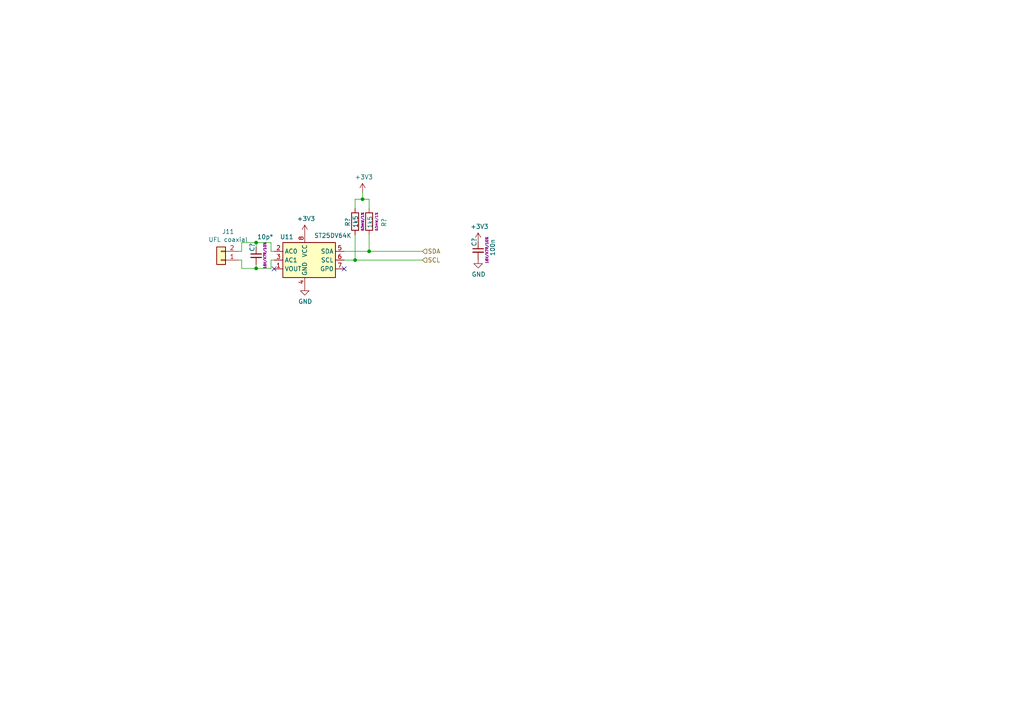
<source format=kicad_sch>
(kicad_sch (version 20231120) (generator "eeschema") (generator_version "8.0")
  (paper "A4")
  (title_block (title "Buddy") (date "2019-10-24") (rev "v1.0.0") (company "PRUSA Research s.r.o.") (comment 1 "http://creativecommons.org/licenses/by-sa/4.0/") (comment 2 "Licensed under the Attribution-ShareAlike 4.0 International (CC BY-SA 4.0)"))
  (lib_symbols
    (symbol "BUDDY_v1.0.0-rescue:+3.3V-power" (power) (pin_names (offset 0))
      (property "Value" "power:+3.3V" (at 0 3.556 0))
      (symbol "+3.3V-power_0_1"
        (polyline (pts (xy -0.762 1.27) (xy 0 2.54)))
        (polyline (pts (xy 0 0) (xy 0 2.54)))
        (polyline (pts (xy 0 2.54) (xy 0.762 1.27)))
      )
      (symbol "+3.3V-power_1_1"
        (pin power_in line (at 0 0 90) (length 0) hide (name "+3V3") (number "1"))
      )
    )
    (symbol "BUDDY_v1.0.0-rescue:24LC00-Memory_EEPROM"
      (property "Reference" "U" (at -7.62 6.35 0))
      (property "Value" "Memory_EEPROM:24LC00" (at 2.54 -6.35 0))
      (symbol "24LC00-Memory_EEPROM_1_1"
        (rectangle (start -7.62 5.08) (end 7.62 -5.08) (stroke (width 0.254)) (fill (type background)))
        (pin input line (at -10.16 -2.54 0) (length 2.54) (name "VOUT") (number "1"))
        (pin input line (at -10.16 2.54 0) (length 2.54) (name "AC0") (number "2"))
        (pin input line (at -10.16 0 0) (length 2.54) (name "AC1") (number "3"))
        (pin power_in line (at -1.27 -7.62 90) (length 2.54) (name "GND") (number "4"))
        (pin bidirectional line (at 10.16 2.54 180) (length 2.54) (name "SDA") (number "5"))
        (pin input line (at 10.16 0 180) (length 2.54) (name "SCL") (number "6"))
        (pin input line (at 10.16 -2.54 180) (length 2.54) (name "GP0") (number "7"))
        (pin power_in line (at -1.27 7.62 270) (length 2.54) (name "VCC") (number "8"))
      )
    )
    (symbol "BUDDY_v1.0.0-rescue:GND-power" (power) (pin_names (offset 0))
      (property "Value" "power:GND" (at 0 -3.81 0))
      (symbol "GND-power_0_1"
        (polyline (pts (xy 0 0) (xy 0 -1.27) (xy 1.27 -1.27) (xy 0 -2.54) (xy -1.27 -1.27) (xy 0 -1.27)))
      )
      (symbol "GND-power_1_1"
        (pin power_in line (at 0 0 270) (length 0) hide (name "GND") (number "1"))
      )
    )
    (symbol "Connector_Generic:Conn_01x02" (pin_names (offset 1.016) hide)
      (property "Reference" "J" (at 0 2.54 0))
      (property "Value" "Conn_01x02" (at 0 -5.08 0))
      (symbol "Conn_01x02_1_1"
        (rectangle (start -1.27 -2.413) (end 0 -2.667) (stroke (width 0.1524)))
        (rectangle (start -1.27 0.127) (end 0 -0.127) (stroke (width 0.1524)))
        (rectangle (start -1.27 1.27) (end 1.27 -3.81) (stroke (width 0.254)) (fill (type background)))
        (pin passive line (at -5.08 0 0) (length 3.81) (name "Pin_1") (number "1"))
        (pin passive line (at -5.08 -2.54 0) (length 3.81) (name "Pin_2") (number "2"))
      )
    )
    (symbol "Device:C_Small" (pin_numbers hide) (pin_names (offset 0.254) hide)
      (property "Reference" "C" (at 0.254 1.778 0))
      (property "Value" "C_Small" (at 0.254 -2.032 0))
      (symbol "C_Small_0_1"
        (polyline (pts (xy -1.524 -0.508) (xy 1.524 -0.508)) (stroke (width 0.3302)))
        (polyline (pts (xy -1.524 0.508) (xy 1.524 0.508)) (stroke (width 0.3048)))
      )
      (symbol "C_Small_1_1"
        (pin passive line (at 0 2.54 270) (length 2.032) (name "~") (number "1"))
        (pin passive line (at 0 -2.54 90) (length 2.032) (name "~") (number "2"))
      )
    )
    (symbol "Device:R" (pin_numbers hide) (pin_names (offset 0))
      (property "Reference" "R" (at 2.032 0 90))
      (property "Value" "R" (at 0 0 90))
      (symbol "R_0_1"
        (rectangle (start -1.016 -2.54) (end 1.016 2.54) (stroke (width 0.254)))
      )
      (symbol "R_1_1"
        (pin passive line (at 0 3.81 270) (length 1.27) (name "~") (number "1"))
        (pin passive line (at 0 -3.81 90) (length 1.27) (name "~") (number "2"))
      )
    )
  )
  (junction (at 74.295 77.851))
  (junction (at 107.061 72.898))
  (junction (at 105.156 57.785))
  (junction (at 102.997 75.438))
  (junction (at 74.295 70.358))
  (no_connect (at 79.502 77.978))
  (no_connect (at 99.822 77.978))
  (wire (pts (xy 74.295 71.628) (xy 74.295 70.358)))
  (wire (pts (xy 74.295 76.708) (xy 74.295 77.851)))
  (wire (pts (xy 105.156 57.785) (xy 107.061 57.785)))
  (wire (pts (xy 78.613 77.851) (xy 74.295 77.851)))
  (wire (pts (xy 69.215 72.898) (xy 70.104 72.898)))
  (wire (pts (xy 99.822 72.898) (xy 107.061 72.898)))
  (wire (pts (xy 107.061 68.072) (xy 107.061 72.898)))
  (wire (pts (xy 79.502 72.898) (xy 78.613 72.898)))
  (wire (pts (xy 99.822 75.438) (xy 102.997 75.438)))
  (wire (pts (xy 107.061 57.785) (xy 107.061 60.452)))
  (wire (pts (xy 69.215 75.438) (xy 70.104 75.438)))
  (wire (pts (xy 70.104 77.851) (xy 74.295 77.851)))
  (wire (pts (xy 70.104 70.358) (xy 70.104 72.898)))
  (wire (pts (xy 78.613 75.438) (xy 78.613 77.851)))
  (wire (pts (xy 102.997 75.438) (xy 122.555 75.438)))
  (wire (pts (xy 78.613 70.358) (xy 74.295 70.358)))
  (wire (pts (xy 105.156 57.785) (xy 105.156 55.753)))
  (wire (pts (xy 102.997 68.072) (xy 102.997 75.438)))
  (wire (pts (xy 79.502 75.438) (xy 78.613 75.438)))
  (wire (pts (xy 102.997 60.452) (xy 102.997 57.785)))
  (wire (pts (xy 70.104 70.358) (xy 74.295 70.358)))
  (wire (pts (xy 70.104 77.851) (xy 70.104 75.438)))
  (wire (pts (xy 102.997 57.785) (xy 105.156 57.785)))
  (wire (pts (xy 78.613 72.898) (xy 78.613 70.358)))
  (wire (pts (xy 107.061 72.898) (xy 122.555 72.898)))
  (hierarchical_label "SCL" (shape input) (at 122.555 75.438 0))
  (hierarchical_label "SDA" (shape input) (at 122.555 72.898 0))
  (symbol (lib_id "Device:R") (at 102.997 64.262 180) (unit 1)
    (property "Reference" "R?" (at 100.838 63.119 90) (effects (justify left)))
    (property "Value" "1k5" (at 103.124 62.484 90) (effects (justify left)))
    (property "Footprint" "A3IDES_footprints:R_0402_1005Metric" (effects (hide yes)))
    (property "req" "63mW/1%" (at 105.156 64.262 90) (effects (font (size 0.7112 0.7112))))
    (instances (project "" (path "" (reference "R?") (unit 1)) (path "" (reference "R28") (unit 1)) (path "" (reference "R?") (unit 1))))
  )
  (symbol (lib_id "Device:R") (at 107.061 64.262 180) (unit 1)
    (property "Reference" "R?" (at 111.379 63.246 90) (effects (justify left)))
    (property "Value" "1k5" (at 107.315 62.611 90) (effects (justify left)))
    (property "Footprint" "A3IDES_footprints:R_0402_1005Metric" (effects (hide yes)))
    (property "req" "63mW/1%" (at 109.22 64.262 90) (effects (font (size 0.7112 0.7112))))
    (instances (project "" (path "" (reference "R?") (unit 1)) (path "" (reference "R29") (unit 1)) (path "" (reference "R?") (unit 1))))
  )
  (symbol (lib_id "BUDDY_v1.0.0-rescue:+3.3V-power") (at 105.156 55.753 0) (unit 1)
    (property "Reference" "#PWR045" (effects (hide yes)))
    (property "Value" "+3V3" (at 105.537 51.3588 0))
  )
  (symbol (lib_id "BUDDY_v1.0.0-rescue:24LC00-Memory_EEPROM") (at 89.662 75.438 0) (unit 1)
    (property "Reference" "U11" (at 83.185 68.707 0))
    (property "Value" "ST25DV64K" (at 96.52 68.326 0))
    (property "Footprint" "A3IDES_footprints:TSSOP-8_4.4x3mm_P0.65mm" (effects (hide yes)))
  )
  (symbol (lib_id "BUDDY_v1.0.0-rescue:GND-power") (at 88.392 83.058 0) (unit 1)
    (property "Reference" "#PWR0187" (effects (hide yes)))
    (property "Value" "GND" (at 88.519 87.4522 0))
  )
  (symbol (lib_id "BUDDY_v1.0.0-rescue:+3.3V-power") (at 88.392 67.818 0) (unit 1)
    (property "Reference" "#PWR0188" (effects (hide yes)))
    (property "Value" "+3V3" (at 88.773 63.4238 0))
  )
  (symbol (lib_id "BUDDY_v1.0.0-rescue:+3.3V-power") (at 138.684 70.104 0) (unit 1)
    (property "Reference" "#PWR0189" (effects (hide yes)))
    (property "Value" "+3V3" (at 139.065 65.7098 0))
  )
  (symbol (lib_id "BUDDY_v1.0.0-rescue:GND-power") (at 138.684 75.184 0) (unit 1)
    (property "Reference" "#PWR0190" (effects (hide yes)))
    (property "Value" "GND" (at 138.811 79.5782 0))
  )
  (symbol (lib_id "Connector_Generic:Conn_01x02") (at 64.135 75.438 180) (unit 1)
    (property "Reference" "J11" (at 66.167 67.183 0))
    (property "Value" "UFL coaxial" (at 66.167 69.4944 0))
    (property "Footprint" ".pretty:UFL-MOLEX-73412-0114" (effects (hide yes)))
  )
  (symbol (lib_id "Device:C_Small") (at 74.295 74.168 0) (unit 1)
    (property "Reference" "C?" (at 73.152 73.025 90) (effects (justify left)))
    (property "Value" "10p*" (at 74.549 68.707 0) (effects (justify left)))
    (property "Footprint" "A3IDES_footprints:C_0402_1005Metric" (effects (hide yes)))
    (property "req" "16V/X7R/10%" (at 76.835 77.978 90) (effects (font (size 0.7112 0.7112)) (justify left)))
    (instances (project "" (path "" (reference "C?") (unit 1)) (path "" (reference "C?") (unit 1)) (path "" (reference "C49") (unit 1)) (path "" (reference "C?") (unit 1))))
  )
  (symbol (lib_id "Device:C_Small") (at 138.684 72.644 0) (unit 1)
    (property "Reference" "C?" (at 137.541 71.501 90) (effects (justify left)))
    (property "Value" "100n" (at 142.875 74.295 90) (effects (justify left)))
    (property "Footprint" "A3IDES_footprints:C_0402_1005Metric" (effects (hide yes)))
    (property "req" "16V/X7R/10%" (at 141.224 76.454 90) (effects (font (size 0.7112 0.7112)) (justify left)))
    (instances (project "" (path "" (reference "C?") (unit 1)) (path "" (reference "C?") (unit 1)) (path "" (reference "C52") (unit 1)) (path "" (reference "C?") (unit 1))))
  )
)
</source>
